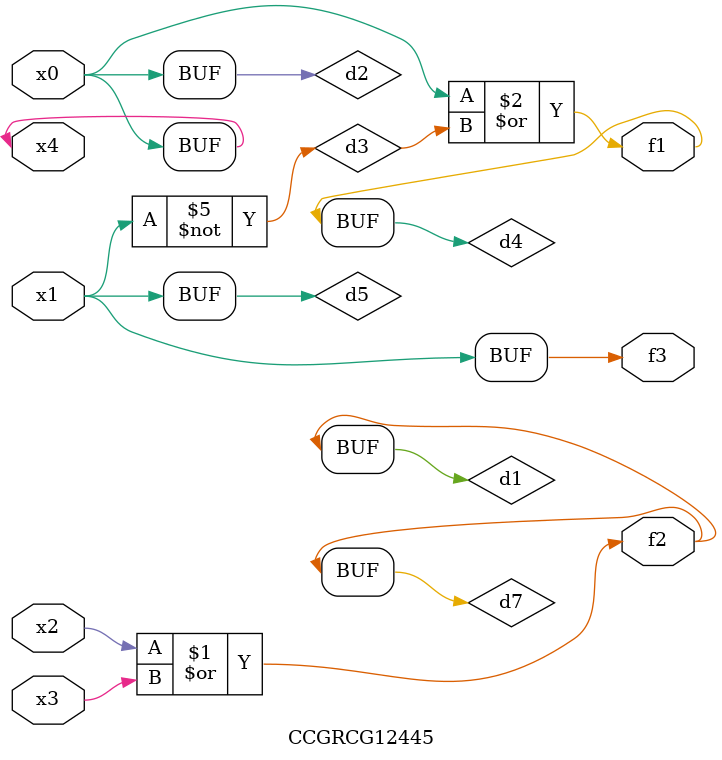
<source format=v>
module CCGRCG12445(
	input x0, x1, x2, x3, x4,
	output f1, f2, f3
);

	wire d1, d2, d3, d4, d5, d6, d7;

	or (d1, x2, x3);
	buf (d2, x0, x4);
	not (d3, x1);
	or (d4, d2, d3);
	not (d5, d3);
	nand (d6, d1, d3);
	or (d7, d1);
	assign f1 = d4;
	assign f2 = d7;
	assign f3 = d5;
endmodule

</source>
